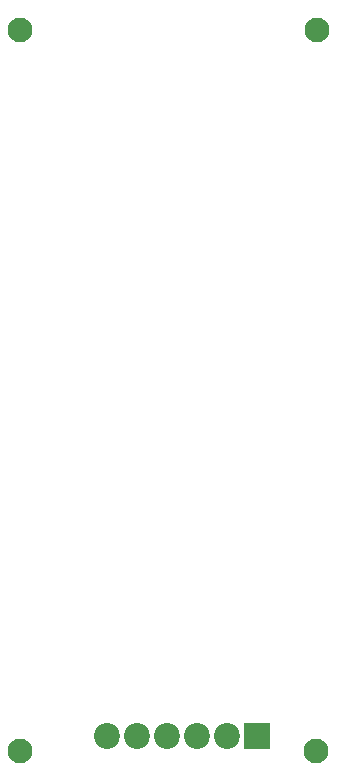
<source format=gbs>
%TF.GenerationSoftware,KiCad,Pcbnew,(5.1.12)-1*%
%TF.CreationDate,2022-08-18T12:31:04-07:00*%
%TF.ProjectId,HighPressureSensorArray,48696768-5072-4657-9373-75726553656e,rev?*%
%TF.SameCoordinates,Original*%
%TF.FileFunction,Soldermask,Bot*%
%TF.FilePolarity,Negative*%
%FSLAX46Y46*%
G04 Gerber Fmt 4.6, Leading zero omitted, Abs format (unit mm)*
G04 Created by KiCad (PCBNEW (5.1.12)-1) date 2022-08-18 12:31:04*
%MOMM*%
%LPD*%
G01*
G04 APERTURE LIST*
%ADD10C,2.100000*%
%ADD11R,2.200000X2.200000*%
%ADD12C,2.200000*%
G04 APERTURE END LIST*
D10*
X117000000Y-34000000D03*
X142100000Y-34000000D03*
X142000000Y-95000000D03*
X117000000Y-95000000D03*
D11*
X137000000Y-93750000D03*
D12*
X134460000Y-93750000D03*
X131920000Y-93750000D03*
X129380000Y-93750000D03*
X126840000Y-93750000D03*
X124300000Y-93750000D03*
M02*

</source>
